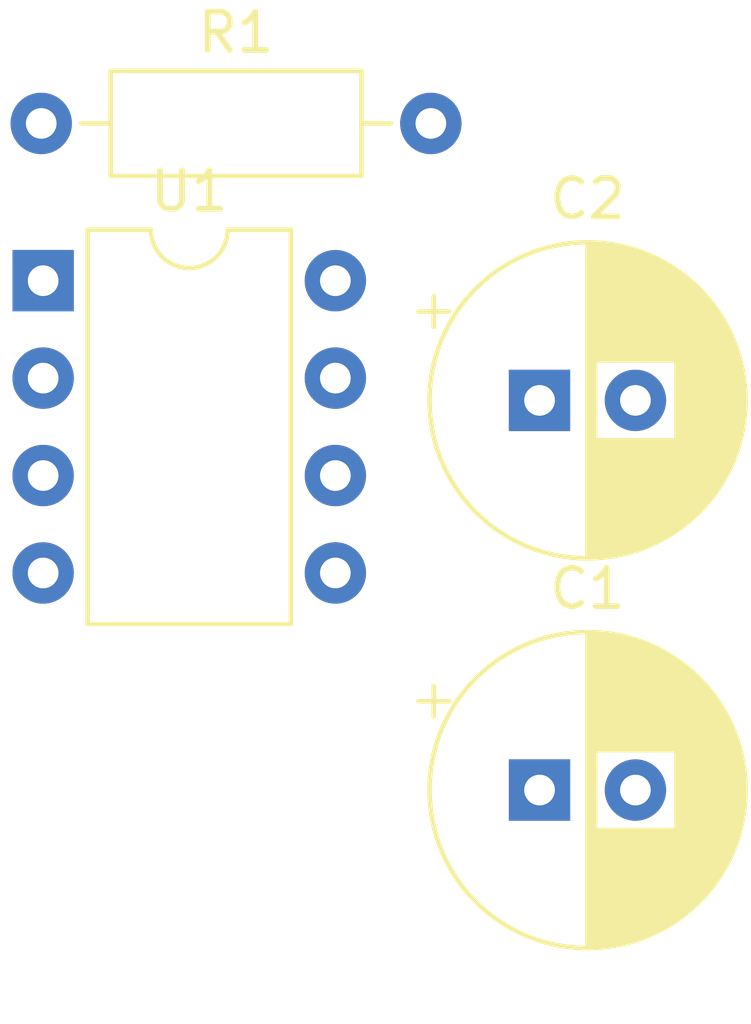
<source format=kicad_pcb>
(kicad_pcb (version 20211014) (generator pcbnew)
  (layers (0 "F.Cu" signal) (31 "B.Cu" signal) (34 "B.Paste" user) (35 "F.Paste" user) (36 "B.SilkS" user "B.Silkscreen") (37 "F.SilkS" user "F.Silkscreen") (38 "B.Mask" user) (39 "F.Mask" user) (44 "Edge.Cuts" user))
  (net 0 "")
  (net 1 "Net-(U1-Pad1)")
  (net 2 "Net-(U1-Pad2)")
  (net 3 "+5V")
  (net 4 "Net-(U1-Pad7)")
  (net 5 "GND")
  (footprint "Resistor_THT:R_Axial_DIN0207_L6.3mm_D2.5mm_P10.16mm_Horizontal" (layer "F.Cu") (at 136.865302 86.76)
    (fp_text reference "R1" (at 5.08 -2.37) (layer "F.SilkS"))
    (fp_text value "10k")
    (fp_line (start 8.35 1.37) (end 8.35 -1.37) (layer "F.SilkS") (width 0.12))
    (fp_line (start 1.04 0) (end 1.81 0) (layer "F.SilkS") (width 0.12))
    (fp_line (start 1.81 -1.37) (end 1.81 1.37) (layer "F.SilkS") (width 0.12))
    (fp_line (start 1.81 1.37) (end 8.35 1.37) (layer "F.SilkS") (width 0.12))
    (fp_line (start 9.12 0) (end 8.35 0) (layer "F.SilkS") (width 0.12))
    (fp_line (start 8.35 -1.37) (end 1.81 -1.37) (layer "F.SilkS") (width 0.12))
    (pad "1" thru_hole circle (at 0 0) (size 1.6 1.6) (drill 0.8) (layers *.Cu *.Mask) (net 2 "Net-(U1-Pad2)"))
    (pad "2" thru_hole oval (at 10.16 0) (size 1.6 1.6) (drill 0.8) (layers *.Cu *.Mask) (net 4 "Net-(U1-Pad7)"))
  )
  (footprint "Capacitor_THT:CP_Radial_D8.0mm_P2.50mm" (layer "F.Cu") (at 149.86 104.14)
    (fp_text reference "C1" (at 1.25 -5.25) (layer "F.SilkS"))
    (fp_text value "10u")
    (fp_line (start 2.371 1.04) (end 2.371 3.925) (layer "F.SilkS") (width 0.12))
    (fp_line (start 2.251 -3.957) (end 2.251 -1.04) (layer "F.SilkS") (width 0.12))
    (fp_line (start 1.77 1.04) (end 1.77 4.048) (layer "F.SilkS") (width 0.12))
    (fp_line (start 2.851 1.04) (end 2.851 3.757) (layer "F.SilkS") (width 0.12))
    (fp_line (start 4.051 -2.983) (end 4.051 2.983) (layer "F.SilkS") (width 0.12))
    (fp_line (start 3.451 -3.444) (end 3.451 -1.04) (layer "F.SilkS") (width 0.12))
    (fp_line (start 2.331 1.04) (end 2.331 3.936) (layer "F.SilkS") (width 0.12))
    (fp_line (start 5.051 -1.552) (end 5.051 1.552) (layer "F.SilkS") (width 0.12))
    (fp_line (start 2.171 -3.976) (end 2.171 -1.04) (layer "F.SilkS") (width 0.12))
    (fp_line (start 5.011 -1.645) (end 5.011 1.645) (layer "F.SilkS") (width 0.12))
    (fp_line (start 3.531 1.04) (end 3.531 3.392) (layer "F.SilkS") (width 0.12))
    (fp_line (start 5.291 -0.768) (end 5.291 0.768) (layer "F.SilkS") (width 0.12))
    (fp_line (start 3.851 -3.156) (end 3.851 3.156) (layer "F.SilkS") (width 0.12))
    (fp_line (start 4.771 -2.102) (end 4.771 2.102) (layer "F.SilkS") (width 0.12))
    (fp_line (start 2.971 -3.704) (end 2.971 -1.04) (layer "F.SilkS") (width 0.12))
    (fp_line (start 1.93 -4.024) (end 1.93 -1.04) (layer "F.SilkS") (width 0.12))
    (fp_line (start 1.49 1.04) (end 1.49 4.074) (layer "F.SilkS") (width 0.12))
    (fp_line (start 1.41 -4.077) (end 1.41 4.077) (layer "F.SilkS") (width 0.12))
    (fp_line (start 4.091 -2.945) (end 4.091 2.945) (layer "F.SilkS") (width 0.12))
    (fp_line (start 4.811 -2.034) (end 4.811 2.034) (layer "F.SilkS") (width 0.12))
    (fp_line (start 1.971 -4.017) (end 1.971 -1.04) (layer "F.SilkS") (width 0.12))
    (fp_line (start 3.251 1.04) (end 3.251 3.562) (layer "F.SilkS") (width 0.12))
    (fp_line (start 3.251 -3.562) (end 3.251 -1.04) (layer "F.SilkS") (width 0.12))
    (fp_line (start 2.491 1.04) (end 2.491 3.889) (layer "F.SilkS") (width 0.12))
    (fp_line (start 4.931 -1.813) (end 4.931 1.813) (layer "F.SilkS") (width 0.12))
    (fp_line (start 2.011 -4.01) (end 2.011 -1.04) (layer "F.SilkS") (width 0.12))
    (fp_line (start 1.61 -4.065) (end 1.61 -1.04) (layer "F.SilkS") (width 0.12))
    (fp_line (start 3.131 -3.627) (end 3.131 -1.04) (layer "F.SilkS") (width 0.12))
    (fp_line (start 4.331 -2.697) (end 4.331 2.697) (layer "F.SilkS") (width 0.12))
    (fp_line (start 3.651 -3.309) (end 3.651 3.309) (layer "F.SilkS") (width 0.12))
    (fp_line (start 5.331 -0.533) (end 5.331 0.533) (layer "F.SilkS") (width 0.12))
    (fp_line (start 4.651 -2.287) (end 4.651 2.287) (layer "F.SilkS") (width 0.12))
    (fp_line (start 4.891 -1.89) (end 4.891 1.89) (layer "F.SilkS") (width 0.12))
    (fp_line (start 2.691 -3.821) (end 2.691 -1.04) (layer "F.SilkS") (width 0.12))
    (fp_line (start 1.89 1.04) (end 1.89 4.03) (layer "F.SilkS") (width 0.12))
    (fp_line (start 3.771 -3.22) (end 3.771 3.22) (layer "F.SilkS") (width 0.12))
    (fp_line (start 4.971 -1.731) (end 4.971 1.731) (layer "F.SilkS") (width 0.12))
    (fp_line (start 4.491 -2.505) (end 4.491 2.505) (layer "F.SilkS") (width 0.12))
    (fp_line (start 2.931 -3.722) (end 2.931 -1.04) (layer "F.SilkS") (width 0.12))
    (fp_line (start 1.61 1.04) (end 1.61 4.065) (layer "F.SilkS") (width 0.12))
    (fp_line (start 2.051 -4.002) (end 2.051 -1.04) (layer "F.SilkS") (width 0.12))
    (fp_line (start 2.131 1.04) (end 2.131 3.985) (layer "F.SilkS") (width 0.12))
    (fp_line (start 1.69 -4.057) (end 1.69 -1.04) (layer "F.SilkS") (width 0.12))
    (fp_line (start 3.211 1.04) (end 3.211 3.584) (layer "F.SilkS") (width 0.12))
    (fp_line (start 2.931 1.04) (end 2.931 3.722) (layer "F.SilkS") (width 0.12))
    (fp_line (start 2.811 -3.774) (end 2.811 -1.04) (layer "F.SilkS") (width 0.12))
    (fp_line (start 2.211 1.04) (end 2.211 3.967) (layer "F.SilkS") (width 0.12))
    (fp_line (start 3.411 -3.469) (end 3.411 -1.04) (layer "F.SilkS") (width 0.12))
    (fp_line (start 1.89 -4.03) (end 1.89 -1.04) (layer "F.SilkS") (width 0.12))
    (fp_line (start 1.971 1.04) (end 1.971 4.017) (layer "F.SilkS") (width 0.12))
    (fp_line (start 3.171 1.04) (end 3.171 3.606) (layer "F.SilkS") (width 0.12))
    (fp_line (start 3.491 -3.418) (end 3.491 -1.04) (layer "F.SilkS") (width 0.12))
    (fp_line (start 3.291 -3.54) (end 3.291 -1.04) (layer "F.SilkS") (width 0.12))
    (fp_line (start 5.171 -1.229) (end 5.171 1.229) (layer "F.SilkS") (width 0.12))
    (fp_line (start 3.731 -3.25) (end 3.731 3.25) (layer "F.SilkS") (width 0.12))
    (fp_line (start 5.131 -1.346) (end 5.131 1.346) (layer "F.SilkS") (width 0.12))
    (fp_line (start 1.77 -4.048) (end 1.77 -1.04) (layer "F.SilkS") (width 0.12))
    (fp_line (start 3.331 -3.517) (end 3.331 -1.04) (layer "F.SilkS") (width 0.12))
    (fp_line (start 4.691 -2.228) (end 4.691 2.228) (layer "F.SilkS") (width 0.12))
    (fp_line (start 1.81 -4.042) (end 1.81 -1.04) (layer "F.SilkS") (width 0.12))
    (fp_line (start 1.85 1.04) (end 1.85 4.037) (layer "F.SilkS") (width 0.12))
    (fp_line (start 4.251 -2.784) (end 4.251 2.784) (layer "F.SilkS") (width 0.12))
    (fp_line (start 3.131 1.04) (end 3.131 3.627) (layer "F.SilkS") (width 0.12))
    (fp_line (start 1.25 -4.08) (end 1.25 4.08) (layer "F.SilkS") (width 0.12))
    (fp_line (start 4.571 -2.4) (end 4.571 2.4) (layer "F.SilkS") (width 0.12))
    (fp_line (start 3.051 -3.666) (end 3.051 -1.04) (layer "F.SilkS") (width 0.12))
    (fp_line (start 3.491 1.04) (end 3.491 3.418) (layer "F.SilkS") (width 0.12))
    (fp_line (start 1.57 -4.068) (end 1.57 -1.04) (layer "F.SilkS") (width 0.12))
    (fp_line (start 1.85 -4.037) (end 1.85 -1.04) (layer "F.SilkS") (width 0.12))
    (fp_line (start 3.571 -3.365) (end 3.571 3.365) (layer "F.SilkS") (width 0.12))
    (fp_line (start 2.251 1.04) (end 2.251 3.957) (layer "F.SilkS") (width 0.12))
    (fp_line (start 1.33 -4.08) (end 1.33 4.08) (layer "F.SilkS") (width 0.12))
    (fp_line (start 4.211 -2.826) (end 4.211 2.826) (layer "F.SilkS") (width 0.12))
    (fp_line (start 3.891 -3.124) (end 3.891 3.124) (layer "F.SilkS") (width 0.12))
    (fp_line (start 2.451 -3.902) (end 2.451 -1.04) (layer "F.SilkS") (width 0.12))
    (fp_line (start 5.211 -1.098) (end 5.211 1.098) (layer "F.SilkS") (width 0.12))
    (fp_line (start 4.011 -3.019) (end 4.011 3.019) (layer "F.SilkS") (width 0.12))
    (fp_line (start 3.091 -3.647) (end 3.091 -1.04) (layer "F.SilkS") (width 0.12))
    (fp_line (start 1.45 -4.076) (end 1.45 4.076) (layer "F.SilkS") (width 0.12))
    (fp_line (start 3.331 1.04) (end 3.331 3.517) (layer "F.SilkS") (width 0.12))
    (fp_line (start 2.731 -3.805) (end 2.731 -1.04) (layer "F.SilkS") (width 0.12))
    (fp_line (start 4.131 -2.907) (end 4.131 2.907) (layer "F.SilkS") (width 0.12))
    (fp_line (start 4.371 -2.651) (end 4.371 2.651) (layer "F.SilkS") (width 0.12))
    (fp_line (start 2.891 -3.74) (end 2.891 -1.04) (layer "F.SilkS") (width 0.12))
    (fp_line (start 4.611 -2.345) (end 4.611 2.345) (layer "F.SilkS") (width 0.12))
    (fp_line (start 2.771 -3.79) (end 2.771 -1.04) (layer "F.SilkS") (width 0.12))
    (fp_line (start 3.091 1.04) (end 3.091 3.647) (layer "F.SilkS") (width 0.12))
    (fp_line (start 1.49 -4.074) (end 1.49 -1.04) (layer "F.SilkS") (width 0.12))
    (fp_line (start 2.611 1.04) (end 2.611 3.85) (layer "F.SilkS") (width 0.12))
    (fp_line (start 2.771 1.04) (end 2.771 3.79) (layer "F.SilkS") (width 0.12))
    (fp_line (start 1.57 1.04) (end 1.57 4.068) (layer "F.SilkS") (width 0.12))
    (fp_line (start 4.531 -2.454) (end 4.531 2.454) (layer "F.SilkS") (width 0.12))
    (fp_line (start 2.971 1.04) (end 2.971 3.704) (layer "F.SilkS") (width 0.12))
    (fp_line (start 3.971 -3.055) (end 3.971 3.055) (layer "F.SilkS") (width 0.12))
    (fp_line (start 2.331 -3.936) (end 2.331 -1.04) (layer "F.SilkS") (width 0.12))
    (fp_line (start 2.611 -3.85) (end 2.611 -1.04) (layer "F.SilkS") (width 0.12))
    (fp_line (start 2.171 1.04) (end 2.171 3.976) (layer "F.SilkS") (width 0.12))
    (fp_line (start 2.011 1.04) (end 2.011 4.01) (layer "F.SilkS") (width 0.12))
    (fp_line (start 1.69 1.04) (end 1.69 4.057) (layer "F.SilkS") (width 0.12))
    (fp_line (start 2.091 -3.994) (end 2.091 -1.04) (layer "F.SilkS") (width 0.12))
    (fp_line (start 2.651 -3.835) (end 2.651 -1.04) (layer "F.SilkS") (width 0.12))
    (fp_line (start 1.65 1.04) (end 1.65 4.061) (layer "F.SilkS") (width 0.12))
    (fp_line (start 3.691 -3.28) (end 3.691 3.28) (layer "F.SilkS") (width 0.12))
    (fp_line (start 2.691 1.04) (end 2.691 3.821) (layer "F.SilkS") (width 0.12))
    (fp_line (start 5.091 -1.453) (end 5.091 1.453) (layer "F.SilkS") (width 0.12))
    (fp_line (start -3.159698 -2.315) (end -2.359698 -2.315) (layer "F.SilkS") (width 0.12))
    (fp_line (start 4.731 -2.166) (end 4.731 2.166) (layer "F.SilkS") (width 0.12))
    (fp_line (start 2.411 1.04) (end 2.411 3.914) (layer "F.SilkS") (width 0.12))
    (fp_line (start 1.81 1.04) (end 1.81 4.042) (layer "F.SilkS") (width 0.12))
    (fp_line (start 3.931 -3.09) (end 3.931 3.09) (layer "F.SilkS") (width 0.12))
    (fp_line (start 3.171 -3.606) (end 3.171 -1.04) (layer "F.SilkS") (width 0.12))
    (fp_line (start 2.371 -3.925) (end 2.371 -1.04) (layer "F.SilkS") (width 0.12))
    (fp_line (start 2.571 -3.863) (end 2.571 -1.04) (layer "F.SilkS") (width 0.12))
    (fp_line (start 3.051 1.04) (end 3.051 3.666) (layer "F.SilkS") (width 0.12))
    (fp_line (start 1.73 -4.052) (end 1.73 -1.04) (layer "F.SilkS") (width 0.12))
    (fp_line (start 3.291 1.04) (end 3.291 3.54) (layer "F.SilkS") (width 0.12))
    (fp_line (start 1.37 -4.079) (end 1.37 4.079) (layer "F.SilkS") (width 0.12))
    (fp_line (start 2.091 1.04) (end 2.091 3.994) (layer "F.SilkS") (width 0.12))
    (fp_line (start 2.571 1.04) (end 2.571 3.863) (layer "F.SilkS") (width 0.12))
    (fp_line (start 4.411 -2.604) (end 4.411 2.604) (layer "F.SilkS") (width 0.12))
    (fp_line (start 4.851 -1.964) (end 4.851 1.964) (layer "F.SilkS") (width 0.12))
    (fp_line (start 1.65 -4.061) (end 1.65 -1.04) (layer "F.SilkS") (width 0.12))
    (fp_line (start 1.29 -4.08) (end 1.29 4.08) (layer "F.SilkS") (width 0.12))
    (fp_line (start 3.011 -3.686) (end 3.011 -1.04) (layer "F.SilkS") (width 0.12))
    (fp_line (start 3.531 -3.392) (end 3.531 -1.04) (layer "F.SilkS") (width 0.12))
    (fp_line (start 2.291 1.04) (end 2.291 3.947) (layer "F.SilkS") (width 0.12))
    (fp_line (start 1.93 1.04) (end 1.93 4.024) (layer "F.SilkS") (width 0.12))
    (fp_line (start 2.891 1.04) (end 2.891 3.74) (layer "F.SilkS") (width 0.12))
    (fp_line (start 2.211 -3.967) (end 2.211 -1.04) (layer "F.SilkS") (width 0.12))
    (fp_line (start 2.491 -3.889) (end 2.491 -1.04) (layer "F.SilkS") (width 0.12))
    (fp_line (start 2.131 -3.985) (end 2.131 -1.04) (layer "F.SilkS") (width 0.12))
    (fp_line (start 1.53 1.04) (end 1.53 4.071) (layer "F.SilkS") (width 0.12))
    (fp_line (start 4.171 -2.867) (end 4.171 2.867) (layer "F.SilkS") (width 0.12))
    (fp_line (start 3.451 1.04) (end 3.451 3.444) (layer "F.SilkS") (width 0.12))
    (fp_line (start 2.531 1.04) (end 2.531 3.877) (layer "F.SilkS") (width 0.12))
    (fp_line (start 2.051 1.04) (end 2.051 4.002) (layer "F.SilkS") (width 0.12))
    (fp_line (start 3.611 -3.338) (end 3.611 3.338) (layer "F.SilkS") (width 0.12))
    (fp_line (start 4.291 -2.741) (end 4.291 2.741) (layer "F.SilkS") (width 0.12))
    (fp_line (start 2.851 -3.757) (end 2.851 -1.04) (layer "F.SilkS") (width 0.12))
    (fp_line (start -2.759698 -2.715) (end -2.759698 -1.915) (layer "F.SilkS") (width 0.12))
    (fp_line (start 2.651 1.04) (end 2.651 3.835) (layer "F.SilkS") (width 0.12))
    (fp_line (start 2.731 1.04) (end 2.731 3.805) (layer "F.SilkS") (width 0.12))
    (fp_line (start 2.451 1.04) (end 2.451 3.902) (layer "F.SilkS") (width 0.12))
    (fp_line (start 4.451 -2.556) (end 4.451 2.556) (layer "F.SilkS") (width 0.12))
    (fp_line (start 3.811 -3.189) (end 3.811 3.189) (layer "F.SilkS") (width 0.12))
    (fp_line (start 3.211 -3.584) (end 3.211 -1.04) (layer "F.SilkS") (width 0.12))
    (fp_line (start 1.73 1.04) (end 1.73 4.052) (layer "F.SilkS") (width 0.12))
    (fp_line (start 2.291 -3.947) (end 2.291 -1.04) (layer "F.SilkS") (width 0.12))
    (fp_line (start 2.411 -3.914) (end 2.411 -1.04) (layer "F.SilkS") (width 0.12))
    (fp_line (start 2.811 1.04) (end 2.811 3.774) (layer "F.SilkS") (width 0.12))
    (fp_line (start 2.531 -3.877) (end 2.531 -1.04) (layer "F.SilkS") (width 0.12))
    (fp_line (start 3.411 1.04) (end 3.411 3.469) (layer "F.SilkS") (width 0.12))
    (fp_line (start 3.371 1.04) (end 3.371 3.493) (layer "F.SilkS") (width 0.12))
    (fp_line (start 3.371 -3.493) (end 3.371 -1.04) (layer "F.SilkS") (width 0.12))
    (fp_line (start 5.251 -0.948) (end 5.251 0.948) (layer "F.SilkS") (width 0.12))
    (fp_line (start 3.011 1.04) (end 3.011 3.686) (layer "F.SilkS") (width 0.12))
    (fp_line (start 1.53 -4.071) (end 1.53 -1.04) (layer "F.SilkS") (width 0.12))
    (fp_circle (center 1.25 0) (end 5.37 0) (layer "F.SilkS") (width 0.12) (fill none))
    (pad "1" thru_hole rect (at 0 0) (size 1.6 1.6) (drill 0.8) (layers *.Cu *.Mask) (net 1 "Net-(U1-Pad1)"))
    (pad "2" thru_hole circle (at 2.5 0) (size 1.6 1.6) (drill 0.8) (layers *.Cu *.Mask) (net 2 "Net-(U1-Pad2)"))
  )
  (footprint "Capacitor_THT:CP_Radial_D8.0mm_P2.50mm" (layer "F.Cu") (at 149.86 93.98)
    (fp_text reference "C2" (at 1.25 -5.25) (layer "F.SilkS"))
    (fp_text value "2.2u")
    (fp_line (start 2.611 -3.85) (end 2.611 -1.04) (layer "F.SilkS") (width 0.12))
    (fp_line (start 4.571 -2.4) (end 4.571 2.4) (layer "F.SilkS") (width 0.12))
    (fp_line (start 4.371 -2.651) (end 4.371 2.651) (layer "F.SilkS") (width 0.12))
    (fp_line (start 3.091 -3.647) (end 3.091 -1.04) (layer "F.SilkS") (width 0.12))
    (fp_line (start 1.89 1.04) (end 1.89 4.03) (layer "F.SilkS") (width 0.12))
    (fp_line (start 2.491 1.04) (end 2.491 3.889) (layer "F.SilkS") (width 0.12))
    (fp_line (start 1.89 -4.03) (end 1.89 -1.04) (layer "F.SilkS") (width 0.12))
    (fp_line (start 3.931 -3.09) (end 3.931 3.09) (layer "F.SilkS") (width 0.12))
    (fp_line (start 5.091 -1.453) (end 5.091 1.453) (layer "F.SilkS") (width 0.12))
    (fp_line (start 1.77 1.04) (end 1.77 4.048) (layer "F.SilkS") (width 0.12))
    (fp_line (start 3.491 1.04) (end 3.491 3.418) (layer "F.SilkS") (width 0.12))
    (fp_line (start 1.73 1.04) (end 1.73 4.052) (layer "F.SilkS") (width 0.12))
    (fp_line (start 4.331 -2.697) (end 4.331 2.697) (layer "F.SilkS") (width 0.12))
    (fp_line (start 2.731 -3.805) (end 2.731 -1.04) (layer "F.SilkS") (width 0.12))
    (fp_line (start 2.171 -3.976) (end 2.171 -1.04) (layer "F.SilkS") (width 0.12))
    (fp_line (start 1.29 -4.08) (end 1.29 4.08) (layer "F.SilkS") (width 0.12))
    (fp_line (start 2.531 -3.877) (end 2.531 -1.04) (layer "F.SilkS") (width 0.12))
    (fp_line (start 2.331 1.04) (end 2.331 3.936) (layer "F.SilkS") (width 0.12))
    (fp_line (start 1.971 -4.017) (end 1.971 -1.04) (layer "F.SilkS") (width 0.12))
    (fp_line (start 1.85 1.04) (end 1.85 4.037) (layer "F.SilkS") (width 0.12))
    (fp_line (start 3.331 1.04) (end 3.331 3.517) (layer "F.SilkS") (width 0.12))
    (fp_line (start 2.451 1.04) (end 2.451 3.902) (layer "F.SilkS") (width 0.12))
    (fp_line (start 3.051 -3.666) (end 3.051 -1.04) (layer "F.SilkS") (width 0.12))
    (fp_line (start 2.651 1.04) (end 2.651 3.835) (layer "F.SilkS") (width 0.12))
    (fp_line (start 4.691 -2.228) (end 4.691 2.228) (layer "F.SilkS") (width 0.12))
    (fp_line (start 2.531 1.04) (end 2.531 3.877) (layer "F.SilkS") (width 0.12))
    (fp_line (start 1.49 1.04) (end 1.49 4.074) (layer "F.SilkS") (width 0.12))
    (fp_line (start 2.251 -3.957) (end 2.251 -1.04) (layer "F.SilkS") (width 0.12))
    (fp_line (start 4.051 -2.983) (end 4.051 2.983) (layer "F.SilkS") (width 0.12))
    (fp_line (start 3.451 -3.444) (end 3.451 -1.04) (layer "F.SilkS") (width 0.12))
    (fp_line (start 4.291 -2.741) (end 4.291 2.741) (layer "F.SilkS") (width 0.12))
    (fp_line (start 4.131 -2.907) (end 4.131 2.907) (layer "F.SilkS") (width 0.12))
    (fp_line (start 2.971 -3.704) (end 2.971 -1.04) (layer "F.SilkS") (width 0.12))
    (fp_line (start 3.211 -3.584) (end 3.211 -1.04) (layer "F.SilkS") (width 0.12))
    (fp_line (start 2.171 1.04) (end 2.171 3.976) (layer "F.SilkS") (width 0.12))
    (fp_line (start 4.411 -2.604) (end 4.411 2.604) (layer "F.SilkS") (width 0.12))
    (fp_line (start 3.771 -3.22) (end 3.771 3.22) (layer "F.SilkS") (width 0.12))
    (fp_line (start 2.891 -3.74) (end 2.891 -1.04) (layer "F.SilkS") (width 0.12))
    (fp_line (start 2.251 1.04) (end 2.251 3.957) (layer "F.SilkS") (width 0.12))
    (fp_line (start 1.65 -4.061) (end 1.65 -1.04) (layer "F.SilkS") (width 0.12))
    (fp_line (start 1.61 -4.065) (end 1.61 -1.04) (layer "F.SilkS") (width 0.12))
    (fp_line (start 1.33 -4.08) (end 1.33 4.08) (layer "F.SilkS") (width 0.12))
    (fp_line (start 2.691 -3.821) (end 2.691 -1.04) (layer "F.SilkS") (width 0.12))
    (fp_line (start 3.651 -3.309) (end 3.651 3.309) (layer "F.SilkS") (width 0.12))
    (fp_line (start 2.611 1.04) (end 2.611 3.85) (layer "F.SilkS") (width 0.12))
    (fp_line (start 2.051 -4.002) (end 2.051 -1.04) (layer "F.SilkS") (width 0.12))
    (fp_line (start 2.491 -3.889) (end 2.491 -1.04) (layer "F.SilkS") (width 0.12))
    (fp_line (start 3.531 -3.392) (end 3.531 -1.04) (layer "F.SilkS") (width 0.12))
    (fp_line (start 2.851 1.04) (end 2.851 3.757) (layer "F.SilkS") (width 0.12))
    (fp_line (start 5.331 -0.533) (end 5.331 0.533) (layer "F.SilkS") (width 0.12))
    (fp_line (start 2.811 -3.774) (end 2.811 -1.04) (layer "F.SilkS") (width 0.12))
    (fp_line (start 5.051 -1.552) (end 5.051 1.552) (layer "F.SilkS") (width 0.12))
    (fp_line (start 1.53 1.04) (end 1.53 4.071) (layer "F.SilkS") (width 0.12))
    (fp_line (start 1.93 -4.024) (end 1.93 -1.04) (layer "F.SilkS") (width 0.12))
    (fp_line (start 1.61 1.04) (end 1.61 4.065) (layer "F.SilkS") (width 0.12))
    (fp_line (start 2.091 -3.994) (end 2.091 -1.04) (layer "F.SilkS") (width 0.12))
    (fp_line (start 3.331 -3.517) (end 3.331 -1.04) (layer "F.SilkS") (width 0.12))
    (fp_line (start 4.971 -1.731) (end 4.971 1.731) (layer "F.SilkS") (width 0.12))
    (fp_line (start 3.251 1.04) (end 3.251 3.562) (layer "F.SilkS") (width 0.12))
    (fp_line (start 3.371 1.04) (end 3.371 3.493) (layer "F.SilkS") (width 0.12))
    (fp_line (start 2.891 1.04) (end 2.891 3.74) (layer "F.SilkS") (width 0.12))
    (fp_line (start 3.971 -3.055) (end 3.971 3.055) (layer "F.SilkS") (width 0.12))
    (fp_line (start 3.091 1.04) (end 3.091 3.647) (layer "F.SilkS") (width 0.12))
    (fp_line (start 1.93 1.04) (end 1.93 4.024) (layer "F.SilkS") (width 0.12))
    (fp_line (start 3.411 1.04) (end 3.411 3.469) (layer "F.SilkS") (width 0.12))
    (fp_line (start 1.53 -4.071) (end 1.53 -1.04) (layer "F.SilkS") (width 0.12))
    (fp_line (start 4.091 -2.945) (end 4.091 2.945) (layer "F.SilkS") (width 0.12))
    (fp_line (start 3.291 1.04) (end 3.291 3.54) (layer "F.SilkS") (width 0.12))
    (fp_line (start 3.731 -3.25) (end 3.731 3.25) (layer "F.SilkS") (width 0.12))
    (fp_line (start 4.531 -2.454) (end 4.531 2.454) (layer "F.SilkS") (width 0.12))
    (fp_line (start 1.85 -4.037) (end 1.85 -1.04) (layer "F.SilkS") (width 0.12))
    (fp_line (start 1.57 1.04) (end 1.57 4.068) (layer "F.SilkS") (width 0.12))
    (fp_line (start 1.45 -4.076) (end 1.45 4.076) (layer "F.SilkS") (width 0.12))
    (fp_line (start 2.571 1.04) (end 2.571 3.863) (layer "F.SilkS") (width 0.12))
    (fp_line (start 5.211 -1.098) (end 5.211 1.098) (layer "F.SilkS") (width 0.12))
    (fp_line (start 5.011 -1.645) (end 5.011 1.645) (layer "F.SilkS") (width 0.12))
    (fp_line (start 4.211 -2.826) (end 4.211 2.826) (layer "F.SilkS") (width 0.12))
    (fp_line (start 1.971 1.04) (end 1.971 4.017) (layer "F.SilkS") (width 0.12))
    (fp_line (start 4.771 -2.102) (end 4.771 2.102) (layer "F.SilkS") (width 0.12))
    (fp_line (start 4.011 -3.019) (end 4.011 3.019) (layer "F.SilkS") (width 0.12))
    (fp_line (start 2.131 1.04) (end 2.131 3.985) (layer "F.SilkS") (width 0.12))
    (fp_line (start 4.251 -2.784) (end 4.251 2.784) (layer "F.SilkS") (width 0.12))
    (fp_line (start 4.731 -2.166) (end 4.731 2.166) (layer "F.SilkS") (width 0.12))
    (fp_line (start 4.611 -2.345) (end 4.611 2.345) (layer "F.SilkS") (width 0.12))
    (fp_line (start 3.211 1.04) (end 3.211 3.584) (layer "F.SilkS") (width 0.12))
    (fp_line (start -2.759698 -2.715) (end -2.759698 -1.915) (layer "F.SilkS") (width 0.12))
    (fp_line (start 3.891 -3.124) (end 3.891 3.124) (layer "F.SilkS") (width 0.12))
    (fp_line (start 1.41 -4.077) (end 1.41 4.077) (layer "F.SilkS") (width 0.12))
    (fp_line (start 1.57 -4.068) (end 1.57 -1.04) (layer "F.SilkS") (width 0.12))
    (fp_line (start 1.69 1.04) (end 1.69 4.057) (layer "F.SilkS") (width 0.12))
    (fp_line (start 2.571 -3.863) (end 2.571 -1.04) (layer "F.SilkS") (width 0.12))
    (fp_line (start 1.81 -4.042) (end 1.81 -1.04) (layer "F.SilkS") (width 0.12))
    (fp_line (start 4.651 -2.287) (end 4.651 2.287) (layer "F.SilkS") (width 0.12))
    (fp_line (start 3.051 1.04) (end 3.051 3.666) (layer "F.SilkS") (width 0.12))
    (fp_line (start 3.171 1.04) (end 3.171 3.606) (layer "F.SilkS") (width 0.12))
    (fp_line (start 2.011 1.04) (end 2.011 4.01) (layer "F.SilkS") (width 0.12))
    (fp_line (start 1.37 -4.079) (end 1.37 4.079) (layer "F.SilkS") (width 0.12))
    (fp_line (start 3.491 -3.418) (end 3.491 -1.04) (layer "F.SilkS") (width 0.12))
    (fp_line (start 1.81 1.04) (end 1.81 4.042) (layer "F.SilkS") (width 0.12))
    (fp_line (start 4.851 -1.964) (end 4.851 1.964) (layer "F.SilkS") (width 0.12))
    (fp_line (start 3.011 1.04) (end 3.011 3.686) (layer "F.SilkS") (width 0.12))
    (fp_line (start 5.171 -1.229) (end 5.171 1.229) (layer "F.SilkS") (width 0.12))
    (fp_line (start 3.851 -3.156) (end 3.851 3.156) (layer "F.SilkS") (width 0.12))
    (fp_line (start 3.291 -3.54) (end 3.291 -1.04) (layer "F.SilkS") (width 0.12))
    (fp_line (start 2.851 -3.757) (end 2.851 -1.04) (layer "F.SilkS") (width 0.12))
    (fp_line (start 3.411 -3.469) (end 3.411 -1.04) (layer "F.SilkS") (width 0.12))
    (fp_line (start 4.451 -2.556) (end 4.451 2.556) (layer "F.SilkS") (width 0.12))
    (fp_line (start 1.25 -4.08) (end 1.25 4.08) (layer "F.SilkS") (width 0.12))
    (fp_line (start 3.691 -3.28) (end 3.691 3.28) (layer "F.SilkS") (width 0.12))
    (fp_line (start 2.771 -3.79) (end 2.771 -1.04) (layer "F.SilkS") (width 0.12))
    (fp_line (start 2.451 -3.902) (end 2.451 -1.04) (layer "F.SilkS") (width 0.12))
    (fp_line (start 2.131 -3.985) (end 2.131 -1.04) (layer "F.SilkS") (width 0.12))
    (fp_line (start 2.651 -3.835) (end 2.651 -1.04) (layer "F.SilkS") (width 0.12))
    (fp_line (start 2.731 1.04) (end 2.731 3.805) (layer "F.SilkS") (width 0.12))
    (fp_line (start 4.491 -2.505) (end 4.491 2.505) (layer "F.SilkS") (width 0.12))
    (fp_line (start 1.69 -4.057) (end 1.69 -1.04) (layer "F.SilkS") (width 0.12))
    (fp_line (start 2.331 -3.936) (end 2.331 -1.04) (layer "F.SilkS") (width 0.12))
    (fp_line (start 4.891 -1.89) (end 4.891 1.89) (layer "F.SilkS") (width 0.12))
    (fp_line (start 3.131 -3.627) (end 3.131 -1.04) (layer "F.SilkS") (width 0.12))
    (fp_line (start 3.571 -3.365) (end 3.571 3.365) (layer "F.SilkS") (width 0.12))
    (fp_line (start 2.211 -3.967) (end 2.211 -1.04) (layer "F.SilkS") (width 0.12))
    (fp_line (start 2.771 1.04) (end 2.771 3.79) (layer "F.SilkS") (width 0.12))
    (fp_line (start 2.411 -3.914) (end 2.411 -1.04) (layer "F.SilkS") (width 0.12))
    (fp_line (start 4.171 -2.867) (end 4.171 2.867) (layer "F.SilkS") (width 0.12))
    (fp_line (start 2.291 1.04) (end 2.291 3.947) (layer "F.SilkS") (width 0.12))
    (fp_line (start 2.931 -3.722) (end 2.931 -1.04) (layer "F.SilkS") (width 0.12))
    (fp_line (start 2.971 1.04) (end 2.971 3.704) (layer "F.SilkS") (width 0.12))
    (fp_line (start 3.131 1.04) (end 3.131 3.627) (layer "F.SilkS") (width 0.12))
    (fp_line (start 5.291 -0.768) (end 5.291 0.768) (layer "F.SilkS") (width 0.12))
    (fp_line (start 2.291 -3.947) (end 2.291 -1.04) (layer "F.SilkS") (width 0.12))
    (fp_line (start 2.811 1.04) (end 2.811 3.774) (layer "F.SilkS") (width 0.12))
    (fp_line (start 1.49 -4.074) (end 1.49 -1.04) (layer "F.SilkS") (width 0.12))
    (fp_line (start 2.371 1.04) (end 2.371 3.925) (layer "F.SilkS") (width 0.12))
    (fp_line (start 5.131 -1.346) (end 5.131 1.346) (layer "F.SilkS") (width 0.12))
    (fp_line (start 3.171 -3.606) (end 3.171 -1.04) (layer "F.SilkS") (width 0.12))
    (fp_line (start 2.691 1.04) (end 2.691 3.821) (layer "F.SilkS") (width 0.12))
    (fp_line (start 3.371 -3.493) (end 3.371 -1.04) (layer "F.SilkS") (width 0.12))
    (fp_line (start 2.011 -4.01) (end 2.011 -1.04) (layer "F.SilkS") (width 0.12))
    (fp_line (start 3.811 -3.189) (end 3.811 3.189) (layer "F.SilkS") (width 0.12))
    (fp_line (start 3.531 1.04) (end 3.531 3.392) (layer "F.SilkS") (width 0.12))
    (fp_line (start 1.65 1.04) (end 1.65 4.061) (layer "F.SilkS") (width 0.12))
    (fp_line (start 3.611 -3.338) (end 3.611 3.338) (layer "F.SilkS") (width 0.12))
    (fp_line (start 2.371 -3.925) (end 2.371 -1.04) (layer "F.SilkS") (width 0.12))
    (fp_line (start 3.251 -3.562) (end 3.251 -1.04) (layer "F.SilkS") (width 0.12))
    (fp_line (start 1.73 -4.052) (end 1.73 -1.04) (layer "F.SilkS") (width 0.12))
    (fp_line (start 2.051 1.04) (end 2.051 4.002) (layer "F.SilkS") (width 0.12))
    (fp_line (start 2.091 1.04) (end 2.091 3.994) (layer "F.SilkS") (width 0.12))
    (fp_line (start -3.159698 -2.315) (end -2.359698 -2.315) (layer "F.SilkS") (width 0.12))
    (fp_line (start 2.931 1.04) (end 2.931 3.722) (layer "F.SilkS") (width 0.12))
    (fp_line (start 2.211 1.04) (end 2.211 3.967) (layer "F.SilkS") (width 0.12))
    (fp_line (start 2.411 1.04) (end 2.411 3.914) (layer "F.SilkS") (width 0.12))
    (fp_line (start 5.251 -0.948) (end 5.251 0.948) (layer "F.SilkS") (width 0.12))
    (fp_line (start 3.451 1.04) (end 3.451 3.444) (layer "F.SilkS") (width 0.12))
    (fp_line (start 1.77 -4.048) (end 1.77 -1.04) (layer "F.SilkS") (width 0.12))
    (fp_line (start 4.931 -1.813) (end 4.931 1.813) (layer "F.SilkS") (width 0.12))
    (fp_line (start 4.811 -2.034) (end 4.811 2.034) (layer "F.SilkS") (width 0.12))
    (fp_line (start 3.011 -3.686) (end 3.011 -1.04) (layer "F.SilkS") (width 0.12))
    (fp_circle (center 1.25 0) (end 5.37 0) (layer "F.SilkS") (width 0.12) (fill none))
    (pad "1" thru_hole rect (at 0 0) (size 1.6 1.6) (drill 0.8) (layers *.Cu *.Mask) (net 3 "+5V"))
    (pad "2" thru_hole circle (at 2.5 0) (size 1.6 1.6) (drill 0.8) (layers *.Cu *.Mask) (net 1 "Net-(U1-Pad1)"))
  )
  (footprint "Package_DIP:DIP-8_W7.62mm" (layer "F.Cu") (at 136.915302 90.86)
    (fp_text reference "U1" (at 3.81 -2.33) (layer "F.SilkS"))
    (fp_text value "NE555P")
    (fp_line (start 1.16 8.95) (end 6.46 8.95) (layer "F.SilkS") (width 0.12))
    (fp_line (start 1.16 -1.33) (end 1.16 8.95) (layer "F.SilkS") (width 0.12))
    (fp_line (start 6.46 -1.33) (end 4.81 -1.33) (layer "F.SilkS") (width 0.12))
    (fp_line (start 6.46 8.95) (end 6.46 -1.33) (layer "F.SilkS") (width 0.12))
    (fp_line (start 2.81 -1.33) (end 1.16 -1.33) (layer "F.SilkS") (width 0.12))
    (fp_arc (start 4.81 -1.33) (mid 3.81 -0.33) (end 2.81 -1.33) (layer "F.SilkS") (width 0.12))
    (pad "1" thru_hole rect (at 0 0) (size 1.6 1.6) (drill 0.8) (layers *.Cu *.Mask) (net 1 "Net-(U1-Pad1)"))
    (pad "2" thru_hole oval (at 0 2.54) (size 1.6 1.6) (drill 0.8) (layers *.Cu *.Mask) (net 2 "Net-(U1-Pad2)"))
    (pad "3" thru_hole oval (at 0 5.08) (size 1.6 1.6) (drill 0.8) (layers *.Cu *.Mask) (net 5 "GND"))
    (pad "4" thru_hole oval (at 0 7.62) (size 1.6 1.6) (drill 0.8) (layers *.Cu *.Mask) (net 3 "+5V"))
    (pad "5" thru_hole oval (at 7.62 7.62) (size 1.6 1.6) (drill 0.8) (layers *.Cu *.Mask))
    (pad "6" thru_hole oval (at 7.62 5.08) (size 1.6 1.6) (drill 0.8) (layers *.Cu *.Mask) (net 2 "Net-(U1-Pad2)"))
    (pad "7" thru_hole oval (at 7.62 2.54) (size 1.6 1.6) (drill 0.8) (layers *.Cu *.Mask) (net 4 "Net-(U1-Pad7)"))
    (pad "8" thru_hole oval (at 7.62 0) (size 1.6 1.6) (drill 0.8) (layers *.Cu *.Mask) (net 3 "+5V"))
  )
)
</source>
